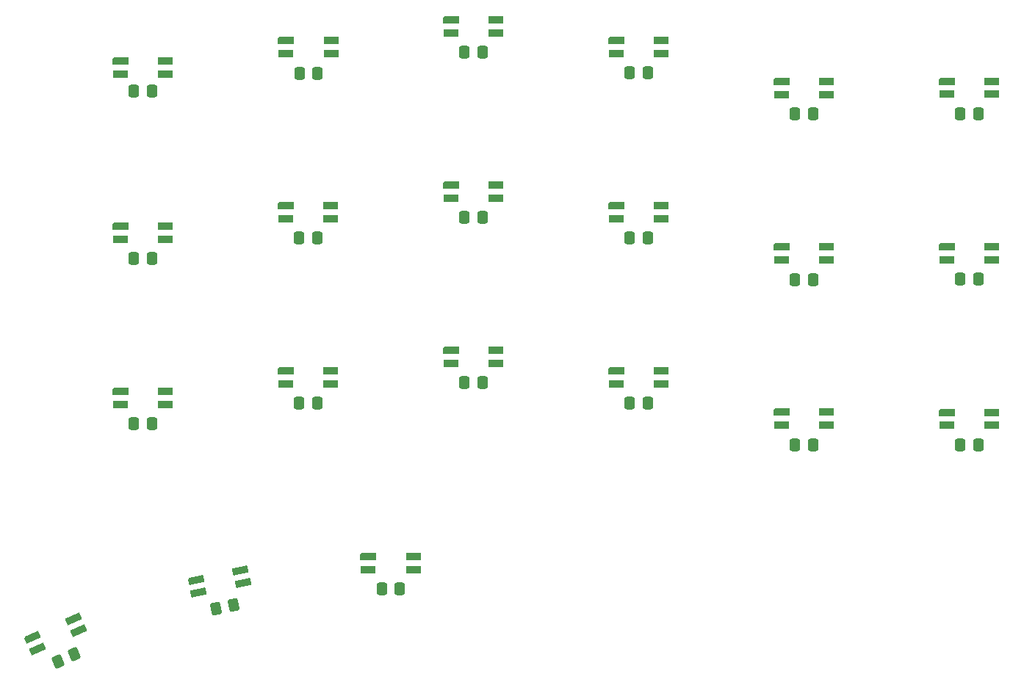
<source format=gbr>
%TF.GenerationSoftware,KiCad,Pcbnew,8.0.8*%
%TF.CreationDate,2025-03-11T20:04:36-04:00*%
%TF.ProjectId,Keyboard,4b657962-6f61-4726-942e-6b696361645f,rev?*%
%TF.SameCoordinates,Original*%
%TF.FileFunction,Paste,Bot*%
%TF.FilePolarity,Positive*%
%FSLAX46Y46*%
G04 Gerber Fmt 4.6, Leading zero omitted, Abs format (unit mm)*
G04 Created by KiCad (PCBNEW 8.0.8) date 2025-03-11 20:04:36*
%MOMM*%
%LPD*%
G01*
G04 APERTURE LIST*
G04 Aperture macros list*
%AMRoundRect*
0 Rectangle with rounded corners*
0 $1 Rounding radius*
0 $2 $3 $4 $5 $6 $7 $8 $9 X,Y pos of 4 corners*
0 Add a 4 corners polygon primitive as box body*
4,1,4,$2,$3,$4,$5,$6,$7,$8,$9,$2,$3,0*
0 Add four circle primitives for the rounded corners*
1,1,$1+$1,$2,$3*
1,1,$1+$1,$4,$5*
1,1,$1+$1,$6,$7*
1,1,$1+$1,$8,$9*
0 Add four rect primitives between the rounded corners*
20,1,$1+$1,$2,$3,$4,$5,0*
20,1,$1+$1,$4,$5,$6,$7,0*
20,1,$1+$1,$6,$7,$8,$9,0*
20,1,$1+$1,$8,$9,$2,$3,0*%
%AMRotRect*
0 Rectangle, with rotation*
0 The origin of the aperture is its center*
0 $1 length*
0 $2 width*
0 $3 Rotation angle, in degrees counterclockwise*
0 Add horizontal line*
21,1,$1,$2,0,0,$3*%
%AMOutline5P*
0 Free polygon, 5 corners , with rotation*
0 The origin of the aperture is its center*
0 number of corners: always 5*
0 $1 to $10 corner X, Y*
0 $11 Rotation angle, in degrees counterclockwise*
0 create outline with 5 corners*
4,1,5,$1,$2,$3,$4,$5,$6,$7,$8,$9,$10,$1,$2,$11*%
%AMOutline6P*
0 Free polygon, 6 corners , with rotation*
0 The origin of the aperture is its center*
0 number of corners: always 6*
0 $1 to $12 corner X, Y*
0 $13 Rotation angle, in degrees counterclockwise*
0 create outline with 6 corners*
4,1,6,$1,$2,$3,$4,$5,$6,$7,$8,$9,$10,$11,$12,$1,$2,$13*%
%AMOutline7P*
0 Free polygon, 7 corners , with rotation*
0 The origin of the aperture is its center*
0 number of corners: always 7*
0 $1 to $14 corner X, Y*
0 $15 Rotation angle, in degrees counterclockwise*
0 create outline with 7 corners*
4,1,7,$1,$2,$3,$4,$5,$6,$7,$8,$9,$10,$11,$12,$13,$14,$1,$2,$15*%
%AMOutline8P*
0 Free polygon, 8 corners , with rotation*
0 The origin of the aperture is its center*
0 number of corners: always 8*
0 $1 to $16 corner X, Y*
0 $17 Rotation angle, in degrees counterclockwise*
0 create outline with 8 corners*
4,1,8,$1,$2,$3,$4,$5,$6,$7,$8,$9,$10,$11,$12,$13,$14,$15,$16,$1,$2,$17*%
G04 Aperture macros list end*
%ADD10RotRect,1.800000X0.820000X191.938000*%
%ADD11Outline5P,-0.900000X0.410000X0.900000X0.410000X0.900000X-0.246000X0.736000X-0.410000X-0.900000X-0.410000X191.938000*%
%ADD12R,1.800000X0.820000*%
%ADD13Outline5P,-0.900000X0.410000X0.900000X0.410000X0.900000X-0.246000X0.736000X-0.410000X-0.900000X-0.410000X180.000000*%
%ADD14RotRect,1.800000X0.820000X203.879000*%
%ADD15Outline5P,-0.900000X0.410000X0.900000X0.410000X0.900000X-0.246000X0.736000X-0.410000X-0.900000X-0.410000X203.879000*%
%ADD16RoundRect,0.250000X0.337500X0.475000X-0.337500X0.475000X-0.337500X-0.475000X0.337500X-0.475000X0*%
%ADD17RoundRect,0.250000X0.116328X0.570963X-0.500894X0.297719X-0.116328X-0.570963X0.500894X-0.297719X0*%
%ADD18RoundRect,0.250000X0.231945X0.534540X-0.428456X0.394914X-0.231945X-0.534540X0.428456X-0.394914X0*%
G04 APERTURE END LIST*
D10*
%TO.C,D23*%
X306323907Y-232397274D03*
X301236373Y-233472910D03*
D11*
X300926093Y-232005352D03*
D10*
X306013627Y-230929716D03*
%TD*%
D12*
%TO.C,D51*%
X335505000Y-186473000D03*
D13*
X330305000Y-186473000D03*
D12*
X330305000Y-187973000D03*
X335505000Y-187973000D03*
%TD*%
D14*
%TO.C,D22*%
X286805511Y-236538396D03*
D15*
X282050619Y-238643390D03*
D14*
X282657829Y-240014994D03*
X287412721Y-237910000D03*
%TD*%
D16*
%TO.C,C11*%
X369967500Y-197367000D03*
X372042500Y-197367000D03*
%TD*%
D17*
%TO.C,C19*%
X284996978Y-241439682D03*
X286894362Y-240599708D03*
%TD*%
D12*
%TO.C,D48*%
X392655000Y-174516000D03*
D13*
X387455000Y-174516000D03*
D12*
X387455000Y-176016000D03*
X392655000Y-176016000D03*
%TD*%
D16*
%TO.C,C21*%
X322342500Y-233085000D03*
X324417500Y-233085000D03*
%TD*%
D12*
%TO.C,D24*%
X325980000Y-229335000D03*
D13*
X320780000Y-229335000D03*
D12*
X320780000Y-230835000D03*
X325980000Y-230835000D03*
%TD*%
D16*
%TO.C,C6*%
X389017500Y-178266000D03*
X391092500Y-178266000D03*
%TD*%
D12*
%TO.C,D47*%
X373605000Y-174529000D03*
D13*
X368405000Y-174529000D03*
D12*
X368405000Y-176029000D03*
X373605000Y-176029000D03*
%TD*%
D16*
%TO.C,C7*%
X293767500Y-194985000D03*
X295842500Y-194985000D03*
%TD*%
%TO.C,C9*%
X331867500Y-190223000D03*
X333942500Y-190223000D03*
%TD*%
%TO.C,C13*%
X293767500Y-214035000D03*
X295842500Y-214035000D03*
%TD*%
D12*
%TO.C,D54*%
X392655000Y-193611000D03*
D13*
X387455000Y-193611000D03*
D12*
X387455000Y-195111000D03*
X392655000Y-195111000D03*
%TD*%
%TO.C,D57*%
X335505000Y-205523000D03*
D13*
X330305000Y-205523000D03*
D12*
X330305000Y-207023000D03*
X335505000Y-207023000D03*
%TD*%
%TO.C,D46*%
X354555000Y-169792000D03*
D13*
X349355000Y-169792000D03*
D12*
X349355000Y-171292000D03*
X354555000Y-171292000D03*
%TD*%
%TO.C,D49*%
X297405000Y-191235000D03*
D13*
X292205000Y-191235000D03*
D12*
X292205000Y-192735000D03*
X297405000Y-192735000D03*
%TD*%
%TO.C,D52*%
X354555000Y-188854000D03*
D13*
X349355000Y-188854000D03*
D12*
X349355000Y-190354000D03*
X354555000Y-190354000D03*
%TD*%
D16*
%TO.C,C8*%
X312817500Y-192604000D03*
X314892500Y-192604000D03*
%TD*%
D12*
%TO.C,D60*%
X392655000Y-212691000D03*
D13*
X387455000Y-212691000D03*
D12*
X387455000Y-214191000D03*
X392655000Y-214191000D03*
%TD*%
D16*
%TO.C,C17*%
X369967500Y-216417000D03*
X372042500Y-216417000D03*
%TD*%
D18*
%TO.C,C20*%
X305261061Y-234921703D03*
X303230939Y-235350923D03*
%TD*%
D16*
%TO.C,C16*%
X350917500Y-211654000D03*
X352992500Y-211654000D03*
%TD*%
%TO.C,C3*%
X331867500Y-171173000D03*
X333942500Y-171173000D03*
%TD*%
D12*
%TO.C,D55*%
X297405000Y-210285000D03*
D13*
X292205000Y-210285000D03*
D12*
X292205000Y-211785000D03*
X297405000Y-211785000D03*
%TD*%
%TO.C,D59*%
X373605000Y-212667000D03*
D13*
X368405000Y-212667000D03*
D12*
X368405000Y-214167000D03*
X373605000Y-214167000D03*
%TD*%
%TO.C,D58*%
X354555000Y-207904000D03*
D13*
X349355000Y-207904000D03*
D12*
X349355000Y-209404000D03*
X354555000Y-209404000D03*
%TD*%
D16*
%TO.C,C1*%
X293767500Y-175660000D03*
X295842500Y-175660000D03*
%TD*%
%TO.C,C5*%
X369967500Y-178279000D03*
X372042500Y-178279000D03*
%TD*%
D12*
%TO.C,D44*%
X316505000Y-169830000D03*
D13*
X311305000Y-169830000D03*
D12*
X311305000Y-171330000D03*
X316505000Y-171330000D03*
%TD*%
%TO.C,D56*%
X316455000Y-207904000D03*
D13*
X311255000Y-207904000D03*
D12*
X311255000Y-209404000D03*
X316455000Y-209404000D03*
%TD*%
%TO.C,D53*%
X373605000Y-193617000D03*
D13*
X368405000Y-193617000D03*
D12*
X368405000Y-195117000D03*
X373605000Y-195117000D03*
%TD*%
D16*
%TO.C,C15*%
X331867500Y-209273000D03*
X333942500Y-209273000D03*
%TD*%
%TO.C,C2*%
X312867500Y-173580000D03*
X314942500Y-173580000D03*
%TD*%
%TO.C,C10*%
X350917500Y-192604000D03*
X352992500Y-192604000D03*
%TD*%
%TO.C,C14*%
X312817500Y-211654000D03*
X314892500Y-211654000D03*
%TD*%
%TO.C,C18*%
X389017500Y-216441000D03*
X391092500Y-216441000D03*
%TD*%
D12*
%TO.C,D50*%
X316455000Y-188854000D03*
D13*
X311255000Y-188854000D03*
D12*
X311255000Y-190354000D03*
X316455000Y-190354000D03*
%TD*%
D16*
%TO.C,C12*%
X389017500Y-197361000D03*
X391092500Y-197361000D03*
%TD*%
%TO.C,C4*%
X350917500Y-173542000D03*
X352992500Y-173542000D03*
%TD*%
D12*
%TO.C,D43*%
X297405000Y-172160000D03*
D13*
X292205000Y-172160000D03*
D12*
X292205000Y-173660000D03*
X297405000Y-173660000D03*
%TD*%
%TO.C,D45*%
X335505000Y-167423000D03*
D13*
X330305000Y-167423000D03*
D12*
X330305000Y-168923000D03*
X335505000Y-168923000D03*
%TD*%
M02*

</source>
